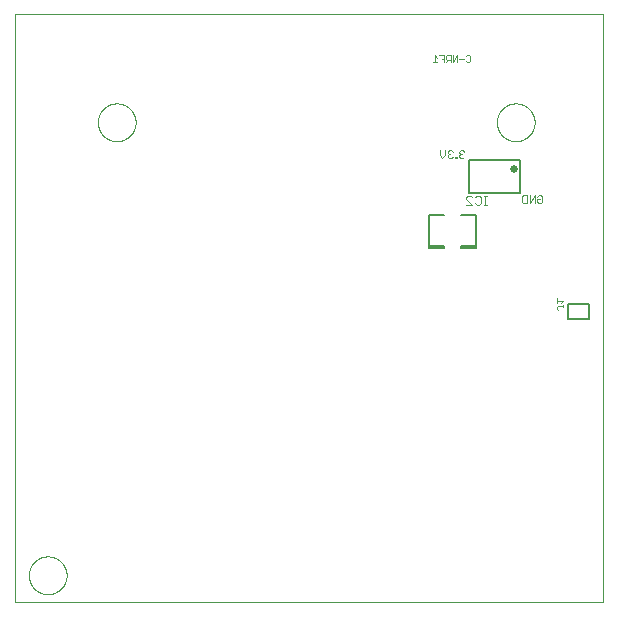
<source format=gbo>
G75*
%MOIN*%
%OFA0B0*%
%FSLAX25Y25*%
%IPPOS*%
%LPD*%
%AMOC8*
5,1,8,0,0,1.08239X$1,22.5*
%
%ADD10C,0.00000*%
%ADD11C,0.00300*%
%ADD12C,0.00500*%
%ADD13C,0.00200*%
%ADD14C,0.02559*%
%ADD15C,0.00800*%
D10*
X0001500Y0003000D02*
X0197500Y0003000D01*
X0197500Y0199000D01*
X0001500Y0199000D01*
X0001500Y0003000D01*
X0006201Y0012000D02*
X0006203Y0012158D01*
X0006209Y0012316D01*
X0006219Y0012474D01*
X0006233Y0012632D01*
X0006251Y0012789D01*
X0006272Y0012946D01*
X0006298Y0013102D01*
X0006328Y0013258D01*
X0006361Y0013413D01*
X0006399Y0013566D01*
X0006440Y0013719D01*
X0006485Y0013871D01*
X0006534Y0014022D01*
X0006587Y0014171D01*
X0006643Y0014319D01*
X0006703Y0014465D01*
X0006767Y0014610D01*
X0006835Y0014753D01*
X0006906Y0014895D01*
X0006980Y0015035D01*
X0007058Y0015172D01*
X0007140Y0015308D01*
X0007224Y0015442D01*
X0007313Y0015573D01*
X0007404Y0015702D01*
X0007499Y0015829D01*
X0007596Y0015954D01*
X0007697Y0016076D01*
X0007801Y0016195D01*
X0007908Y0016312D01*
X0008018Y0016426D01*
X0008131Y0016537D01*
X0008246Y0016646D01*
X0008364Y0016751D01*
X0008485Y0016853D01*
X0008608Y0016953D01*
X0008734Y0017049D01*
X0008862Y0017142D01*
X0008992Y0017232D01*
X0009125Y0017318D01*
X0009260Y0017402D01*
X0009396Y0017481D01*
X0009535Y0017558D01*
X0009676Y0017630D01*
X0009818Y0017700D01*
X0009962Y0017765D01*
X0010108Y0017827D01*
X0010255Y0017885D01*
X0010404Y0017940D01*
X0010554Y0017991D01*
X0010705Y0018038D01*
X0010857Y0018081D01*
X0011010Y0018120D01*
X0011165Y0018156D01*
X0011320Y0018187D01*
X0011476Y0018215D01*
X0011632Y0018239D01*
X0011789Y0018259D01*
X0011947Y0018275D01*
X0012104Y0018287D01*
X0012263Y0018295D01*
X0012421Y0018299D01*
X0012579Y0018299D01*
X0012737Y0018295D01*
X0012896Y0018287D01*
X0013053Y0018275D01*
X0013211Y0018259D01*
X0013368Y0018239D01*
X0013524Y0018215D01*
X0013680Y0018187D01*
X0013835Y0018156D01*
X0013990Y0018120D01*
X0014143Y0018081D01*
X0014295Y0018038D01*
X0014446Y0017991D01*
X0014596Y0017940D01*
X0014745Y0017885D01*
X0014892Y0017827D01*
X0015038Y0017765D01*
X0015182Y0017700D01*
X0015324Y0017630D01*
X0015465Y0017558D01*
X0015604Y0017481D01*
X0015740Y0017402D01*
X0015875Y0017318D01*
X0016008Y0017232D01*
X0016138Y0017142D01*
X0016266Y0017049D01*
X0016392Y0016953D01*
X0016515Y0016853D01*
X0016636Y0016751D01*
X0016754Y0016646D01*
X0016869Y0016537D01*
X0016982Y0016426D01*
X0017092Y0016312D01*
X0017199Y0016195D01*
X0017303Y0016076D01*
X0017404Y0015954D01*
X0017501Y0015829D01*
X0017596Y0015702D01*
X0017687Y0015573D01*
X0017776Y0015442D01*
X0017860Y0015308D01*
X0017942Y0015172D01*
X0018020Y0015035D01*
X0018094Y0014895D01*
X0018165Y0014753D01*
X0018233Y0014610D01*
X0018297Y0014465D01*
X0018357Y0014319D01*
X0018413Y0014171D01*
X0018466Y0014022D01*
X0018515Y0013871D01*
X0018560Y0013719D01*
X0018601Y0013566D01*
X0018639Y0013413D01*
X0018672Y0013258D01*
X0018702Y0013102D01*
X0018728Y0012946D01*
X0018749Y0012789D01*
X0018767Y0012632D01*
X0018781Y0012474D01*
X0018791Y0012316D01*
X0018797Y0012158D01*
X0018799Y0012000D01*
X0018797Y0011842D01*
X0018791Y0011684D01*
X0018781Y0011526D01*
X0018767Y0011368D01*
X0018749Y0011211D01*
X0018728Y0011054D01*
X0018702Y0010898D01*
X0018672Y0010742D01*
X0018639Y0010587D01*
X0018601Y0010434D01*
X0018560Y0010281D01*
X0018515Y0010129D01*
X0018466Y0009978D01*
X0018413Y0009829D01*
X0018357Y0009681D01*
X0018297Y0009535D01*
X0018233Y0009390D01*
X0018165Y0009247D01*
X0018094Y0009105D01*
X0018020Y0008965D01*
X0017942Y0008828D01*
X0017860Y0008692D01*
X0017776Y0008558D01*
X0017687Y0008427D01*
X0017596Y0008298D01*
X0017501Y0008171D01*
X0017404Y0008046D01*
X0017303Y0007924D01*
X0017199Y0007805D01*
X0017092Y0007688D01*
X0016982Y0007574D01*
X0016869Y0007463D01*
X0016754Y0007354D01*
X0016636Y0007249D01*
X0016515Y0007147D01*
X0016392Y0007047D01*
X0016266Y0006951D01*
X0016138Y0006858D01*
X0016008Y0006768D01*
X0015875Y0006682D01*
X0015740Y0006598D01*
X0015604Y0006519D01*
X0015465Y0006442D01*
X0015324Y0006370D01*
X0015182Y0006300D01*
X0015038Y0006235D01*
X0014892Y0006173D01*
X0014745Y0006115D01*
X0014596Y0006060D01*
X0014446Y0006009D01*
X0014295Y0005962D01*
X0014143Y0005919D01*
X0013990Y0005880D01*
X0013835Y0005844D01*
X0013680Y0005813D01*
X0013524Y0005785D01*
X0013368Y0005761D01*
X0013211Y0005741D01*
X0013053Y0005725D01*
X0012896Y0005713D01*
X0012737Y0005705D01*
X0012579Y0005701D01*
X0012421Y0005701D01*
X0012263Y0005705D01*
X0012104Y0005713D01*
X0011947Y0005725D01*
X0011789Y0005741D01*
X0011632Y0005761D01*
X0011476Y0005785D01*
X0011320Y0005813D01*
X0011165Y0005844D01*
X0011010Y0005880D01*
X0010857Y0005919D01*
X0010705Y0005962D01*
X0010554Y0006009D01*
X0010404Y0006060D01*
X0010255Y0006115D01*
X0010108Y0006173D01*
X0009962Y0006235D01*
X0009818Y0006300D01*
X0009676Y0006370D01*
X0009535Y0006442D01*
X0009396Y0006519D01*
X0009260Y0006598D01*
X0009125Y0006682D01*
X0008992Y0006768D01*
X0008862Y0006858D01*
X0008734Y0006951D01*
X0008608Y0007047D01*
X0008485Y0007147D01*
X0008364Y0007249D01*
X0008246Y0007354D01*
X0008131Y0007463D01*
X0008018Y0007574D01*
X0007908Y0007688D01*
X0007801Y0007805D01*
X0007697Y0007924D01*
X0007596Y0008046D01*
X0007499Y0008171D01*
X0007404Y0008298D01*
X0007313Y0008427D01*
X0007224Y0008558D01*
X0007140Y0008692D01*
X0007058Y0008828D01*
X0006980Y0008965D01*
X0006906Y0009105D01*
X0006835Y0009247D01*
X0006767Y0009390D01*
X0006703Y0009535D01*
X0006643Y0009681D01*
X0006587Y0009829D01*
X0006534Y0009978D01*
X0006485Y0010129D01*
X0006440Y0010281D01*
X0006399Y0010434D01*
X0006361Y0010587D01*
X0006328Y0010742D01*
X0006298Y0010898D01*
X0006272Y0011054D01*
X0006251Y0011211D01*
X0006233Y0011368D01*
X0006219Y0011526D01*
X0006209Y0011684D01*
X0006203Y0011842D01*
X0006201Y0012000D01*
X0029201Y0163000D02*
X0029203Y0163158D01*
X0029209Y0163316D01*
X0029219Y0163474D01*
X0029233Y0163632D01*
X0029251Y0163789D01*
X0029272Y0163946D01*
X0029298Y0164102D01*
X0029328Y0164258D01*
X0029361Y0164413D01*
X0029399Y0164566D01*
X0029440Y0164719D01*
X0029485Y0164871D01*
X0029534Y0165022D01*
X0029587Y0165171D01*
X0029643Y0165319D01*
X0029703Y0165465D01*
X0029767Y0165610D01*
X0029835Y0165753D01*
X0029906Y0165895D01*
X0029980Y0166035D01*
X0030058Y0166172D01*
X0030140Y0166308D01*
X0030224Y0166442D01*
X0030313Y0166573D01*
X0030404Y0166702D01*
X0030499Y0166829D01*
X0030596Y0166954D01*
X0030697Y0167076D01*
X0030801Y0167195D01*
X0030908Y0167312D01*
X0031018Y0167426D01*
X0031131Y0167537D01*
X0031246Y0167646D01*
X0031364Y0167751D01*
X0031485Y0167853D01*
X0031608Y0167953D01*
X0031734Y0168049D01*
X0031862Y0168142D01*
X0031992Y0168232D01*
X0032125Y0168318D01*
X0032260Y0168402D01*
X0032396Y0168481D01*
X0032535Y0168558D01*
X0032676Y0168630D01*
X0032818Y0168700D01*
X0032962Y0168765D01*
X0033108Y0168827D01*
X0033255Y0168885D01*
X0033404Y0168940D01*
X0033554Y0168991D01*
X0033705Y0169038D01*
X0033857Y0169081D01*
X0034010Y0169120D01*
X0034165Y0169156D01*
X0034320Y0169187D01*
X0034476Y0169215D01*
X0034632Y0169239D01*
X0034789Y0169259D01*
X0034947Y0169275D01*
X0035104Y0169287D01*
X0035263Y0169295D01*
X0035421Y0169299D01*
X0035579Y0169299D01*
X0035737Y0169295D01*
X0035896Y0169287D01*
X0036053Y0169275D01*
X0036211Y0169259D01*
X0036368Y0169239D01*
X0036524Y0169215D01*
X0036680Y0169187D01*
X0036835Y0169156D01*
X0036990Y0169120D01*
X0037143Y0169081D01*
X0037295Y0169038D01*
X0037446Y0168991D01*
X0037596Y0168940D01*
X0037745Y0168885D01*
X0037892Y0168827D01*
X0038038Y0168765D01*
X0038182Y0168700D01*
X0038324Y0168630D01*
X0038465Y0168558D01*
X0038604Y0168481D01*
X0038740Y0168402D01*
X0038875Y0168318D01*
X0039008Y0168232D01*
X0039138Y0168142D01*
X0039266Y0168049D01*
X0039392Y0167953D01*
X0039515Y0167853D01*
X0039636Y0167751D01*
X0039754Y0167646D01*
X0039869Y0167537D01*
X0039982Y0167426D01*
X0040092Y0167312D01*
X0040199Y0167195D01*
X0040303Y0167076D01*
X0040404Y0166954D01*
X0040501Y0166829D01*
X0040596Y0166702D01*
X0040687Y0166573D01*
X0040776Y0166442D01*
X0040860Y0166308D01*
X0040942Y0166172D01*
X0041020Y0166035D01*
X0041094Y0165895D01*
X0041165Y0165753D01*
X0041233Y0165610D01*
X0041297Y0165465D01*
X0041357Y0165319D01*
X0041413Y0165171D01*
X0041466Y0165022D01*
X0041515Y0164871D01*
X0041560Y0164719D01*
X0041601Y0164566D01*
X0041639Y0164413D01*
X0041672Y0164258D01*
X0041702Y0164102D01*
X0041728Y0163946D01*
X0041749Y0163789D01*
X0041767Y0163632D01*
X0041781Y0163474D01*
X0041791Y0163316D01*
X0041797Y0163158D01*
X0041799Y0163000D01*
X0041797Y0162842D01*
X0041791Y0162684D01*
X0041781Y0162526D01*
X0041767Y0162368D01*
X0041749Y0162211D01*
X0041728Y0162054D01*
X0041702Y0161898D01*
X0041672Y0161742D01*
X0041639Y0161587D01*
X0041601Y0161434D01*
X0041560Y0161281D01*
X0041515Y0161129D01*
X0041466Y0160978D01*
X0041413Y0160829D01*
X0041357Y0160681D01*
X0041297Y0160535D01*
X0041233Y0160390D01*
X0041165Y0160247D01*
X0041094Y0160105D01*
X0041020Y0159965D01*
X0040942Y0159828D01*
X0040860Y0159692D01*
X0040776Y0159558D01*
X0040687Y0159427D01*
X0040596Y0159298D01*
X0040501Y0159171D01*
X0040404Y0159046D01*
X0040303Y0158924D01*
X0040199Y0158805D01*
X0040092Y0158688D01*
X0039982Y0158574D01*
X0039869Y0158463D01*
X0039754Y0158354D01*
X0039636Y0158249D01*
X0039515Y0158147D01*
X0039392Y0158047D01*
X0039266Y0157951D01*
X0039138Y0157858D01*
X0039008Y0157768D01*
X0038875Y0157682D01*
X0038740Y0157598D01*
X0038604Y0157519D01*
X0038465Y0157442D01*
X0038324Y0157370D01*
X0038182Y0157300D01*
X0038038Y0157235D01*
X0037892Y0157173D01*
X0037745Y0157115D01*
X0037596Y0157060D01*
X0037446Y0157009D01*
X0037295Y0156962D01*
X0037143Y0156919D01*
X0036990Y0156880D01*
X0036835Y0156844D01*
X0036680Y0156813D01*
X0036524Y0156785D01*
X0036368Y0156761D01*
X0036211Y0156741D01*
X0036053Y0156725D01*
X0035896Y0156713D01*
X0035737Y0156705D01*
X0035579Y0156701D01*
X0035421Y0156701D01*
X0035263Y0156705D01*
X0035104Y0156713D01*
X0034947Y0156725D01*
X0034789Y0156741D01*
X0034632Y0156761D01*
X0034476Y0156785D01*
X0034320Y0156813D01*
X0034165Y0156844D01*
X0034010Y0156880D01*
X0033857Y0156919D01*
X0033705Y0156962D01*
X0033554Y0157009D01*
X0033404Y0157060D01*
X0033255Y0157115D01*
X0033108Y0157173D01*
X0032962Y0157235D01*
X0032818Y0157300D01*
X0032676Y0157370D01*
X0032535Y0157442D01*
X0032396Y0157519D01*
X0032260Y0157598D01*
X0032125Y0157682D01*
X0031992Y0157768D01*
X0031862Y0157858D01*
X0031734Y0157951D01*
X0031608Y0158047D01*
X0031485Y0158147D01*
X0031364Y0158249D01*
X0031246Y0158354D01*
X0031131Y0158463D01*
X0031018Y0158574D01*
X0030908Y0158688D01*
X0030801Y0158805D01*
X0030697Y0158924D01*
X0030596Y0159046D01*
X0030499Y0159171D01*
X0030404Y0159298D01*
X0030313Y0159427D01*
X0030224Y0159558D01*
X0030140Y0159692D01*
X0030058Y0159828D01*
X0029980Y0159965D01*
X0029906Y0160105D01*
X0029835Y0160247D01*
X0029767Y0160390D01*
X0029703Y0160535D01*
X0029643Y0160681D01*
X0029587Y0160829D01*
X0029534Y0160978D01*
X0029485Y0161129D01*
X0029440Y0161281D01*
X0029399Y0161434D01*
X0029361Y0161587D01*
X0029328Y0161742D01*
X0029298Y0161898D01*
X0029272Y0162054D01*
X0029251Y0162211D01*
X0029233Y0162368D01*
X0029219Y0162526D01*
X0029209Y0162684D01*
X0029203Y0162842D01*
X0029201Y0163000D01*
X0162201Y0163000D02*
X0162203Y0163158D01*
X0162209Y0163316D01*
X0162219Y0163474D01*
X0162233Y0163632D01*
X0162251Y0163789D01*
X0162272Y0163946D01*
X0162298Y0164102D01*
X0162328Y0164258D01*
X0162361Y0164413D01*
X0162399Y0164566D01*
X0162440Y0164719D01*
X0162485Y0164871D01*
X0162534Y0165022D01*
X0162587Y0165171D01*
X0162643Y0165319D01*
X0162703Y0165465D01*
X0162767Y0165610D01*
X0162835Y0165753D01*
X0162906Y0165895D01*
X0162980Y0166035D01*
X0163058Y0166172D01*
X0163140Y0166308D01*
X0163224Y0166442D01*
X0163313Y0166573D01*
X0163404Y0166702D01*
X0163499Y0166829D01*
X0163596Y0166954D01*
X0163697Y0167076D01*
X0163801Y0167195D01*
X0163908Y0167312D01*
X0164018Y0167426D01*
X0164131Y0167537D01*
X0164246Y0167646D01*
X0164364Y0167751D01*
X0164485Y0167853D01*
X0164608Y0167953D01*
X0164734Y0168049D01*
X0164862Y0168142D01*
X0164992Y0168232D01*
X0165125Y0168318D01*
X0165260Y0168402D01*
X0165396Y0168481D01*
X0165535Y0168558D01*
X0165676Y0168630D01*
X0165818Y0168700D01*
X0165962Y0168765D01*
X0166108Y0168827D01*
X0166255Y0168885D01*
X0166404Y0168940D01*
X0166554Y0168991D01*
X0166705Y0169038D01*
X0166857Y0169081D01*
X0167010Y0169120D01*
X0167165Y0169156D01*
X0167320Y0169187D01*
X0167476Y0169215D01*
X0167632Y0169239D01*
X0167789Y0169259D01*
X0167947Y0169275D01*
X0168104Y0169287D01*
X0168263Y0169295D01*
X0168421Y0169299D01*
X0168579Y0169299D01*
X0168737Y0169295D01*
X0168896Y0169287D01*
X0169053Y0169275D01*
X0169211Y0169259D01*
X0169368Y0169239D01*
X0169524Y0169215D01*
X0169680Y0169187D01*
X0169835Y0169156D01*
X0169990Y0169120D01*
X0170143Y0169081D01*
X0170295Y0169038D01*
X0170446Y0168991D01*
X0170596Y0168940D01*
X0170745Y0168885D01*
X0170892Y0168827D01*
X0171038Y0168765D01*
X0171182Y0168700D01*
X0171324Y0168630D01*
X0171465Y0168558D01*
X0171604Y0168481D01*
X0171740Y0168402D01*
X0171875Y0168318D01*
X0172008Y0168232D01*
X0172138Y0168142D01*
X0172266Y0168049D01*
X0172392Y0167953D01*
X0172515Y0167853D01*
X0172636Y0167751D01*
X0172754Y0167646D01*
X0172869Y0167537D01*
X0172982Y0167426D01*
X0173092Y0167312D01*
X0173199Y0167195D01*
X0173303Y0167076D01*
X0173404Y0166954D01*
X0173501Y0166829D01*
X0173596Y0166702D01*
X0173687Y0166573D01*
X0173776Y0166442D01*
X0173860Y0166308D01*
X0173942Y0166172D01*
X0174020Y0166035D01*
X0174094Y0165895D01*
X0174165Y0165753D01*
X0174233Y0165610D01*
X0174297Y0165465D01*
X0174357Y0165319D01*
X0174413Y0165171D01*
X0174466Y0165022D01*
X0174515Y0164871D01*
X0174560Y0164719D01*
X0174601Y0164566D01*
X0174639Y0164413D01*
X0174672Y0164258D01*
X0174702Y0164102D01*
X0174728Y0163946D01*
X0174749Y0163789D01*
X0174767Y0163632D01*
X0174781Y0163474D01*
X0174791Y0163316D01*
X0174797Y0163158D01*
X0174799Y0163000D01*
X0174797Y0162842D01*
X0174791Y0162684D01*
X0174781Y0162526D01*
X0174767Y0162368D01*
X0174749Y0162211D01*
X0174728Y0162054D01*
X0174702Y0161898D01*
X0174672Y0161742D01*
X0174639Y0161587D01*
X0174601Y0161434D01*
X0174560Y0161281D01*
X0174515Y0161129D01*
X0174466Y0160978D01*
X0174413Y0160829D01*
X0174357Y0160681D01*
X0174297Y0160535D01*
X0174233Y0160390D01*
X0174165Y0160247D01*
X0174094Y0160105D01*
X0174020Y0159965D01*
X0173942Y0159828D01*
X0173860Y0159692D01*
X0173776Y0159558D01*
X0173687Y0159427D01*
X0173596Y0159298D01*
X0173501Y0159171D01*
X0173404Y0159046D01*
X0173303Y0158924D01*
X0173199Y0158805D01*
X0173092Y0158688D01*
X0172982Y0158574D01*
X0172869Y0158463D01*
X0172754Y0158354D01*
X0172636Y0158249D01*
X0172515Y0158147D01*
X0172392Y0158047D01*
X0172266Y0157951D01*
X0172138Y0157858D01*
X0172008Y0157768D01*
X0171875Y0157682D01*
X0171740Y0157598D01*
X0171604Y0157519D01*
X0171465Y0157442D01*
X0171324Y0157370D01*
X0171182Y0157300D01*
X0171038Y0157235D01*
X0170892Y0157173D01*
X0170745Y0157115D01*
X0170596Y0157060D01*
X0170446Y0157009D01*
X0170295Y0156962D01*
X0170143Y0156919D01*
X0169990Y0156880D01*
X0169835Y0156844D01*
X0169680Y0156813D01*
X0169524Y0156785D01*
X0169368Y0156761D01*
X0169211Y0156741D01*
X0169053Y0156725D01*
X0168896Y0156713D01*
X0168737Y0156705D01*
X0168579Y0156701D01*
X0168421Y0156701D01*
X0168263Y0156705D01*
X0168104Y0156713D01*
X0167947Y0156725D01*
X0167789Y0156741D01*
X0167632Y0156761D01*
X0167476Y0156785D01*
X0167320Y0156813D01*
X0167165Y0156844D01*
X0167010Y0156880D01*
X0166857Y0156919D01*
X0166705Y0156962D01*
X0166554Y0157009D01*
X0166404Y0157060D01*
X0166255Y0157115D01*
X0166108Y0157173D01*
X0165962Y0157235D01*
X0165818Y0157300D01*
X0165676Y0157370D01*
X0165535Y0157442D01*
X0165396Y0157519D01*
X0165260Y0157598D01*
X0165125Y0157682D01*
X0164992Y0157768D01*
X0164862Y0157858D01*
X0164734Y0157951D01*
X0164608Y0158047D01*
X0164485Y0158147D01*
X0164364Y0158249D01*
X0164246Y0158354D01*
X0164131Y0158463D01*
X0164018Y0158574D01*
X0163908Y0158688D01*
X0163801Y0158805D01*
X0163697Y0158924D01*
X0163596Y0159046D01*
X0163499Y0159171D01*
X0163404Y0159298D01*
X0163313Y0159427D01*
X0163224Y0159558D01*
X0163140Y0159692D01*
X0163058Y0159828D01*
X0162980Y0159965D01*
X0162906Y0160105D01*
X0162835Y0160247D01*
X0162767Y0160390D01*
X0162703Y0160535D01*
X0162643Y0160681D01*
X0162587Y0160829D01*
X0162534Y0160978D01*
X0162485Y0161129D01*
X0162440Y0161281D01*
X0162399Y0161434D01*
X0162361Y0161587D01*
X0162328Y0161742D01*
X0162298Y0161898D01*
X0162272Y0162054D01*
X0162251Y0162211D01*
X0162233Y0162368D01*
X0162219Y0162526D01*
X0162209Y0162684D01*
X0162203Y0162842D01*
X0162201Y0163000D01*
D11*
X0151350Y0153235D02*
X0150933Y0153652D01*
X0150099Y0153652D01*
X0149682Y0153235D01*
X0149682Y0152818D01*
X0150099Y0152401D01*
X0149682Y0151984D01*
X0149682Y0151567D01*
X0150099Y0151150D01*
X0150933Y0151150D01*
X0151350Y0151567D01*
X0150516Y0152401D02*
X0150099Y0152401D01*
X0148772Y0151567D02*
X0148355Y0151567D01*
X0148355Y0151150D01*
X0148772Y0151150D01*
X0148772Y0151567D01*
X0147483Y0151567D02*
X0147066Y0151150D01*
X0146232Y0151150D01*
X0145815Y0151567D01*
X0145815Y0151984D01*
X0146232Y0152401D01*
X0146649Y0152401D01*
X0146232Y0152401D02*
X0145815Y0152818D01*
X0145815Y0153235D01*
X0146232Y0153652D01*
X0147066Y0153652D01*
X0147483Y0153235D01*
X0144905Y0153652D02*
X0144905Y0151984D01*
X0144070Y0151150D01*
X0143236Y0151984D01*
X0143236Y0153652D01*
X0152504Y0138450D02*
X0153471Y0138450D01*
X0153955Y0137966D01*
X0154966Y0137966D02*
X0155450Y0138450D01*
X0156418Y0138450D01*
X0156901Y0137966D01*
X0156901Y0136031D01*
X0156418Y0135548D01*
X0155450Y0135548D01*
X0154966Y0136031D01*
X0153955Y0135548D02*
X0152020Y0137483D01*
X0152020Y0137966D01*
X0152504Y0138450D01*
X0152020Y0135548D02*
X0153955Y0135548D01*
X0157898Y0135548D02*
X0158866Y0135548D01*
X0158382Y0135548D02*
X0158382Y0138450D01*
X0158866Y0138450D02*
X0157898Y0138450D01*
X0170526Y0138235D02*
X0170526Y0136567D01*
X0170943Y0136150D01*
X0172194Y0136150D01*
X0172194Y0138652D01*
X0170943Y0138652D01*
X0170526Y0138235D01*
X0173104Y0138652D02*
X0173104Y0136150D01*
X0174772Y0138652D01*
X0174772Y0136150D01*
X0175682Y0136567D02*
X0175682Y0137401D01*
X0176516Y0137401D01*
X0177350Y0136567D02*
X0176933Y0136150D01*
X0176099Y0136150D01*
X0175682Y0136567D01*
X0177350Y0136567D02*
X0177350Y0138235D01*
X0176933Y0138652D01*
X0176099Y0138652D01*
X0175682Y0138235D01*
X0182150Y0104316D02*
X0182150Y0102848D01*
X0182150Y0103582D02*
X0184352Y0103582D01*
X0183618Y0102848D01*
X0184352Y0102014D02*
X0184352Y0101280D01*
X0184352Y0101647D02*
X0182517Y0101647D01*
X0182150Y0101280D01*
X0182150Y0100913D01*
X0182517Y0100546D01*
D12*
X0186000Y0102500D02*
X0186000Y0097500D01*
X0193000Y0097500D01*
X0193000Y0102500D01*
X0186000Y0102500D01*
X0155374Y0121094D02*
X0155374Y0121882D01*
X0150256Y0121882D01*
X0150256Y0121094D01*
X0155374Y0121094D01*
X0155374Y0121488D02*
X0150256Y0121488D01*
X0155374Y0121882D02*
X0155374Y0132118D01*
X0150256Y0132118D01*
X0144744Y0132118D02*
X0139626Y0132118D01*
X0139626Y0121882D01*
X0139626Y0121094D01*
X0144744Y0121094D01*
X0144744Y0121882D01*
X0139626Y0121882D01*
X0139626Y0121488D02*
X0144744Y0121488D01*
D13*
X0144560Y0183100D02*
X0144560Y0185302D01*
X0143093Y0185302D01*
X0142351Y0184568D02*
X0141617Y0185302D01*
X0141617Y0183100D01*
X0142351Y0183100D02*
X0140883Y0183100D01*
X0143827Y0184201D02*
X0144560Y0184201D01*
X0145302Y0184201D02*
X0145669Y0183834D01*
X0146770Y0183834D01*
X0146036Y0183834D02*
X0145302Y0183100D01*
X0145302Y0184201D02*
X0145302Y0184935D01*
X0145669Y0185302D01*
X0146770Y0185302D01*
X0146770Y0183100D01*
X0147512Y0183100D02*
X0147512Y0185302D01*
X0148980Y0185302D02*
X0147512Y0183100D01*
X0148980Y0183100D02*
X0148980Y0185302D01*
X0149722Y0184201D02*
X0151190Y0184201D01*
X0151932Y0184935D02*
X0152299Y0185302D01*
X0153033Y0185302D01*
X0153400Y0184935D01*
X0153400Y0183467D01*
X0153033Y0183100D01*
X0152299Y0183100D01*
X0151932Y0183467D01*
D14*
X0167898Y0147559D03*
D15*
X0169965Y0150512D02*
X0169965Y0139488D01*
X0153035Y0139488D01*
X0153035Y0150512D01*
X0169965Y0150512D01*
M02*

</source>
